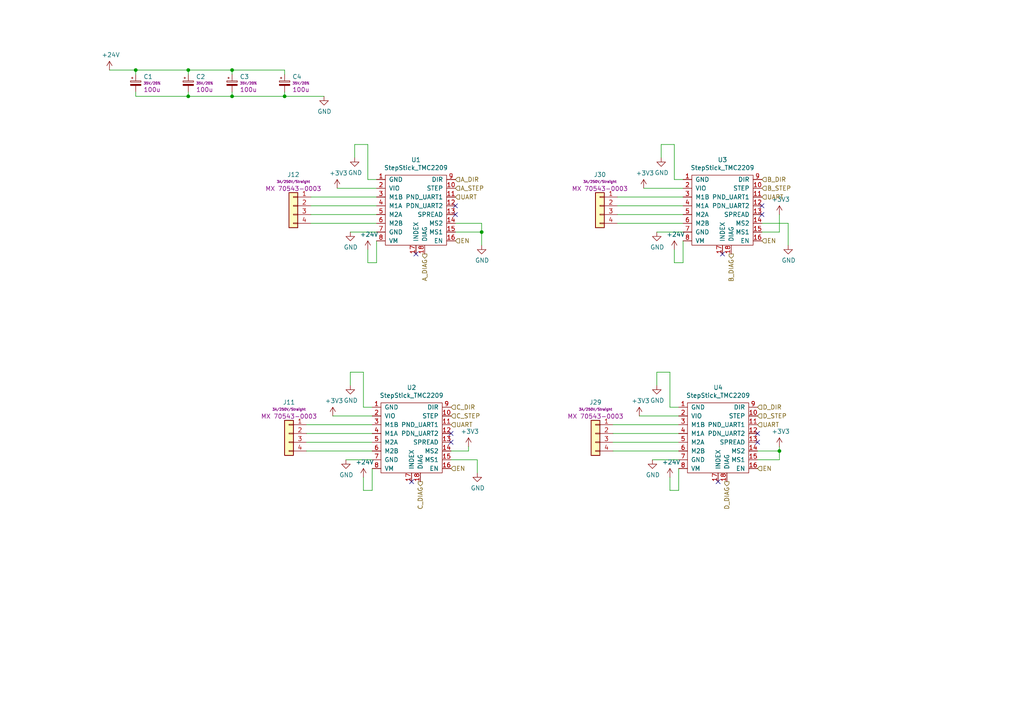
<source format=kicad_sch>
(kicad_sch (version 20211123) (generator eeschema)
  (paper "A4")
  (lib_symbols
    (symbol "Buddy_shield_extractor-rescue:StepStick_TMC2209-dubai_specific_symbols" (pin_names (offset 1.016))
      (property "Reference" "U" (at 0 0 0))
      (property "Value" "StepStick_TMC2209-dubai_specific_symbols" (at 1.27 0 0))
      (symbol "StepStick_TMC2209-dubai_specific_symbols_0_1"
        (rectangle (start -7.62 -2.54) (end 10.16 -22.86))
      )
      (symbol "StepStick_TMC2209-dubai_specific_symbols_1_1"
        (pin input line (at -10.16 -3.81 0) (length 2.54) (name "GND") (number "1"))
        (pin input line (at 12.7 -6.35 180) (length 2.54) (name "STEP") (number "10"))
        (pin input line (at 12.7 -8.89 180) (length 2.54) (name "PND_UART1") (number "11"))
        (pin input line (at 12.7 -11.43 180) (length 2.54) (name "PDN_UART2") (number "12"))
        (pin input line (at 12.7 -13.97 180) (length 2.54) (name "SPREAD") (number "13"))
        (pin input line (at 12.7 -16.51 180) (length 2.54) (name "MS2") (number "14"))
        (pin input line (at 12.7 -19.05 180) (length 2.54) (name "MS1") (number "15"))
        (pin input line (at 12.7 -21.59 180) (length 2.54) (name "EN") (number "16"))
        (pin input line (at 1.27 -25.4 90) (length 2.54) (name "INDEX") (number "17"))
        (pin input line (at 3.81 -25.4 90) (length 2.54) (name "DIAG") (number "18"))
        (pin input line (at -10.16 -6.35 0) (length 2.54) (name "VIO") (number "2"))
        (pin output line (at -10.16 -8.89 0) (length 2.54) (name "M1B") (number "3"))
        (pin output line (at -10.16 -11.43 0) (length 2.54) (name "M1A") (number "4"))
        (pin output line (at -10.16 -13.97 0) (length 2.54) (name "M2A") (number "5"))
        (pin output line (at -10.16 -16.51 0) (length 2.54) (name "M2B") (number "6"))
        (pin input line (at -10.16 -19.05 0) (length 2.54) (name "GND") (number "7"))
        (pin input line (at -10.16 -21.59 0) (length 2.54) (name "VM") (number "8"))
        (pin input line (at 12.7 -3.81 180) (length 2.54) (name "DIR") (number "9"))
      )
    )
    (symbol "power:+24V" (power) (pin_names (offset 0))
      (property "Value" "+24V" (at 0 3.556 0))
      (symbol "+24V_0_1"
        (polyline (pts (xy -0.762 1.27) (xy 0 2.54)))
        (polyline (pts (xy 0 0) (xy 0 2.54)))
        (polyline (pts (xy 0 2.54) (xy 0.762 1.27)))
      )
      (symbol "+24V_1_1"
        (pin power_in line (at 0 0 90) (length 0) hide (name "+24V") (number "1"))
      )
    )
    (symbol "power:+3V3" (power) (pin_names (offset 0))
      (property "Value" "+3V3" (at 0 3.556 0))
      (symbol "+3V3_0_1"
        (polyline (pts (xy -0.762 1.27) (xy 0 2.54)))
        (polyline (pts (xy 0 0) (xy 0 2.54)))
        (polyline (pts (xy 0 2.54) (xy 0.762 1.27)))
      )
      (symbol "+3V3_1_1"
        (pin power_in line (at 0 0 90) (length 0) hide (name "+3V3") (number "1"))
      )
    )
    (symbol "power:GND" (power) (pin_names (offset 0))
      (property "Value" "GND" (at 0 -3.81 0))
      (symbol "GND_0_1"
        (polyline (pts (xy 0 0) (xy 0 -1.27) (xy 1.27 -1.27) (xy 0 -2.54) (xy -1.27 -1.27) (xy 0 -1.27)))
      )
      (symbol "GND_1_1"
        (pin power_in line (at 0 0 270) (length 0) hide (name "GND") (number "1"))
      )
    )
    (symbol "prusa_con:ConnTHT_01x04_70543-0003" (pin_names (offset 1.016) hide)
      (property "Reference" "J" (at 0 9.525 0))
      (property "req" "3A/250V/Straight" (at 0 6.35 0))
      (property "part_value" "MX 70543-0003" (at 0 7.62 0))
      (symbol "ConnTHT_01x04_70543-0003_1_1"
        (rectangle (start -1.27 -3.683) (end 0 -3.937) (stroke (width 0.1524)))
        (rectangle (start -1.27 -1.143) (end 0 -1.397) (stroke (width 0.1524)))
        (rectangle (start -1.27 1.397) (end 0 1.143) (stroke (width 0.1524)))
        (rectangle (start -1.27 3.937) (end 0 3.683) (stroke (width 0.1524)))
        (rectangle (start -1.27 5.08) (end 1.27 -5.08) (stroke (width 0.254)) (fill (type background)))
        (pin passive line (at -5.08 3.81 0) (length 3.81) (name "Pin_1") (number "1"))
        (pin passive line (at -5.08 1.27 0) (length 3.81) (name "Pin_2") (number "2"))
        (pin passive line (at -5.08 -1.27 0) (length 3.81) (name "Pin_3") (number "3"))
        (pin passive line (at -5.08 -3.81 0) (length 3.81) (name "4") (number "4"))
      )
    )
    (symbol "prusa_other:C_100u_35V_20%_6,3x7,7" (pin_numbers hide) (pin_names (offset 0.254) hide)
      (property "Reference" "C" (at 0.635 1.905 0))
      (property "req" "35V/20%" (at 0.635 -1.905 0))
      (property "part_value" "100u" (at 1.905 0 0))
      (property "alt" "UWT1V101MCL1GS" (at 0.635 -3.175 0))
      (symbol "C_100u_35V_20%_6,3x7,7_0_1"
        (rectangle (start -1.524 -0.3048) (end 1.524 -0.6858) (fill (type outline)))
        (rectangle (start -1.524 0.6858) (end 1.524 0.3048))
        (polyline (pts (xy -1.27 1.524) (xy -0.762 1.524)))
        (polyline (pts (xy -1.016 1.27) (xy -1.016 1.778)))
      )
      (symbol "C_100u_35V_20%_6,3x7,7_1_1"
        (pin passive line (at 0 2.54 270) (length 1.8542) (name "~") (number "1"))
        (pin passive line (at 0 -2.54 90) (length 1.8542) (name "~") (number "2"))
      )
    )
  )
  (junction (at 67.31 20.32))
  (junction (at 67.31 27.94))
  (junction (at 54.61 20.32))
  (junction (at 39.37 20.32))
  (junction (at 54.61 27.94))
  (junction (at 226.06 130.81))
  (junction (at 82.55 27.94))
  (junction (at 139.7 67.31))
  (no_connect (at 209.55 73.66))
  (no_connect (at 219.71 128.27))
  (no_connect (at 220.98 62.23))
  (no_connect (at 208.28 139.7))
  (no_connect (at 132.08 59.69))
  (no_connect (at 130.81 125.73))
  (no_connect (at 220.98 59.69))
  (no_connect (at 132.08 62.23))
  (no_connect (at 120.65 73.66))
  (no_connect (at 219.71 125.73))
  (no_connect (at 119.38 139.7))
  (no_connect (at 130.81 128.27))
  (wire (pts (xy 194.31 107.95) (xy 190.5 107.95)))
  (wire (pts (xy 39.37 26.67) (xy 39.37 27.94)))
  (wire (pts (xy 194.31 142.24) (xy 194.31 138.43)))
  (wire (pts (xy 226.06 129.54) (xy 226.06 130.81)))
  (wire (pts (xy 54.61 26.67) (xy 54.61 27.94)))
  (wire (pts (xy 82.55 26.67) (xy 82.55 27.94)))
  (wire (pts (xy 198.12 59.69) (xy 179.07 59.69)))
  (wire (pts (xy 107.95 125.73) (xy 88.9 125.73)))
  (wire (pts (xy 109.22 69.85) (xy 109.22 76.2)))
  (wire (pts (xy 196.85 135.89) (xy 196.85 142.24)))
  (wire (pts (xy 198.12 76.2) (xy 195.58 76.2)))
  (wire (pts (xy 198.12 52.07) (xy 195.58 52.07)))
  (wire (pts (xy 226.06 130.81) (xy 226.06 133.35)))
  (wire (pts (xy 90.17 57.15) (xy 109.22 57.15)))
  (wire (pts (xy 196.85 118.11) (xy 194.31 118.11)))
  (wire (pts (xy 90.17 62.23) (xy 109.22 62.23)))
  (wire (pts (xy 67.31 20.32) (xy 54.61 20.32)))
  (wire (pts (xy 226.06 62.23) (xy 226.06 67.31)))
  (wire (pts (xy 100.33 133.35) (xy 107.95 133.35)))
  (wire (pts (xy 191.77 41.91) (xy 191.77 45.72)))
  (wire (pts (xy 196.85 142.24) (xy 194.31 142.24)))
  (wire (pts (xy 105.41 107.95) (xy 101.6 107.95)))
  (wire (pts (xy 39.37 20.32) (xy 54.61 20.32)))
  (wire (pts (xy 105.41 118.11) (xy 105.41 107.95)))
  (wire (pts (xy 196.85 120.65) (xy 185.42 120.65)))
  (wire (pts (xy 67.31 21.59) (xy 67.31 20.32)))
  (wire (pts (xy 220.98 67.31) (xy 226.06 67.31)))
  (wire (pts (xy 39.37 21.59) (xy 39.37 20.32)))
  (wire (pts (xy 177.8 123.19) (xy 196.85 123.19)))
  (wire (pts (xy 82.55 27.94) (xy 93.98 27.94)))
  (wire (pts (xy 130.81 130.81) (xy 135.89 130.81)))
  (wire (pts (xy 196.85 125.73) (xy 177.8 125.73)))
  (wire (pts (xy 195.58 52.07) (xy 195.58 41.91)))
  (wire (pts (xy 194.31 118.11) (xy 194.31 107.95)))
  (wire (pts (xy 107.95 118.11) (xy 105.41 118.11)))
  (wire (pts (xy 219.71 130.81) (xy 226.06 130.81)))
  (wire (pts (xy 109.22 52.07) (xy 106.68 52.07)))
  (wire (pts (xy 67.31 26.67) (xy 67.31 27.94)))
  (wire (pts (xy 54.61 27.94) (xy 67.31 27.94)))
  (wire (pts (xy 106.68 52.07) (xy 106.68 41.91)))
  (wire (pts (xy 82.55 20.32) (xy 67.31 20.32)))
  (wire (pts (xy 82.55 21.59) (xy 82.55 20.32)))
  (wire (pts (xy 195.58 41.91) (xy 191.77 41.91)))
  (wire (pts (xy 102.87 41.91) (xy 102.87 45.72)))
  (wire (pts (xy 219.71 133.35) (xy 226.06 133.35)))
  (wire (pts (xy 31.75 20.32) (xy 39.37 20.32)))
  (wire (pts (xy 179.07 57.15) (xy 198.12 57.15)))
  (wire (pts (xy 177.8 128.27) (xy 196.85 128.27)))
  (wire (pts (xy 39.37 27.94) (xy 54.61 27.94)))
  (wire (pts (xy 107.95 135.89) (xy 107.95 142.24)))
  (wire (pts (xy 179.07 62.23) (xy 198.12 62.23)))
  (wire (pts (xy 190.5 107.95) (xy 190.5 111.76)))
  (wire (pts (xy 106.68 41.91) (xy 102.87 41.91)))
  (wire (pts (xy 220.98 64.77) (xy 228.6 64.77)))
  (wire (pts (xy 105.41 142.24) (xy 105.41 138.43)))
  (wire (pts (xy 198.12 54.61) (xy 186.69 54.61)))
  (wire (pts (xy 107.95 120.65) (xy 96.52 120.65)))
  (wire (pts (xy 198.12 69.85) (xy 198.12 76.2)))
  (wire (pts (xy 109.22 59.69) (xy 90.17 59.69)))
  (wire (pts (xy 101.6 67.31) (xy 109.22 67.31)))
  (wire (pts (xy 54.61 20.32) (xy 54.61 21.59)))
  (wire (pts (xy 135.89 130.81) (xy 135.89 129.54)))
  (wire (pts (xy 189.23 133.35) (xy 196.85 133.35)))
  (wire (pts (xy 196.85 130.81) (xy 177.8 130.81)))
  (wire (pts (xy 132.08 67.31) (xy 139.7 67.31)))
  (wire (pts (xy 139.7 67.31) (xy 139.7 71.12)))
  (wire (pts (xy 101.6 107.95) (xy 101.6 111.76)))
  (wire (pts (xy 198.12 64.77) (xy 179.07 64.77)))
  (wire (pts (xy 109.22 64.77) (xy 90.17 64.77)))
  (wire (pts (xy 107.95 130.81) (xy 88.9 130.81)))
  (wire (pts (xy 109.22 76.2) (xy 106.68 76.2)))
  (wire (pts (xy 107.95 142.24) (xy 105.41 142.24)))
  (wire (pts (xy 228.6 64.77) (xy 228.6 71.12)))
  (wire (pts (xy 88.9 123.19) (xy 107.95 123.19)))
  (wire (pts (xy 106.68 76.2) (xy 106.68 72.39)))
  (wire (pts (xy 190.5 67.31) (xy 198.12 67.31)))
  (wire (pts (xy 109.22 54.61) (xy 97.79 54.61)))
  (wire (pts (xy 138.43 133.35) (xy 138.43 137.16)))
  (wire (pts (xy 130.81 133.35) (xy 138.43 133.35)))
  (wire (pts (xy 88.9 128.27) (xy 107.95 128.27)))
  (wire (pts (xy 195.58 76.2) (xy 195.58 72.39)))
  (wire (pts (xy 139.7 64.77) (xy 139.7 67.31)))
  (wire (pts (xy 132.08 64.77) (xy 139.7 64.77)))
  (wire (pts (xy 67.31 27.94) (xy 82.55 27.94)))
  (hierarchical_label "C_DIAG" (shape output) (at 121.92 139.7 270))
  (hierarchical_label "EN" (shape input) (at 219.71 135.89 0))
  (hierarchical_label "A_STEP" (shape input) (at 132.08 54.61 0))
  (hierarchical_label "D_DIAG" (shape output) (at 210.82 139.7 270))
  (hierarchical_label "B_DIR" (shape input) (at 220.98 52.07 0))
  (hierarchical_label "D_STEP" (shape input) (at 219.71 120.65 0))
  (hierarchical_label "EN" (shape input) (at 130.81 135.89 0))
  (hierarchical_label "B_STEP" (shape input) (at 220.98 54.61 0))
  (hierarchical_label "C_DIR" (shape input) (at 130.81 118.11 0))
  (hierarchical_label "UART" (shape input) (at 130.81 123.19 0))
  (hierarchical_label "B_DIAG" (shape output) (at 212.09 73.66 270))
  (hierarchical_label "A_DIR" (shape input) (at 132.08 52.07 0))
  (hierarchical_label "A_DIAG" (shape output) (at 123.19 73.66 270))
  (hierarchical_label "EN" (shape input) (at 220.98 69.85 0))
  (hierarchical_label "C_STEP" (shape input) (at 130.81 120.65 0))
  (hierarchical_label "UART" (shape input) (at 220.98 57.15 0))
  (hierarchical_label "D_DIR" (shape input) (at 219.71 118.11 0))
  (hierarchical_label "UART" (shape input) (at 132.08 57.15 0))
  (hierarchical_label "EN" (shape input) (at 132.08 69.85 0))
  (hierarchical_label "UART" (shape input) (at 219.71 123.19 0))
  (symbol (lib_id "Buddy_shield_extractor-rescue:StepStick_TMC2209-dubai_specific_symbols") (at 119.38 48.26 0) (unit 1)
    (property "Reference" "U1" (at 120.65 46.355 0))
    (property "Value" "StepStick_TMC2209" (at 120.65 48.6664 0))
    (property "Footprint" "harvester:StepStick_TMC2209" (effects hide))
    (property "Datasheet" "https://cz.mouser.com/ProductDetail/Trinamic/TMC2209-SilentStepStick?qs=TiOZkKH1s2Q9Tw4q3k2mDw%3D%3D" (effects hide))
  )
  (symbol (lib_id "power:GND") (at 139.7 71.12 0) (unit 1)
    (property "Reference" "#PWR046" (effects hide))
    (property "Value" "GND" (at 139.827 75.5142 0))
  )
  (symbol (lib_id "power:GND") (at 101.6 111.76 0) (unit 1)
    (property "Reference" "#PWR041" (effects hide))
    (property "Value" "GND" (at 101.727 116.1542 0))
  )
  (symbol (lib_id "power:+3V3") (at 96.52 120.65 0) (unit 1)
    (property "Reference" "#PWR037" (effects hide))
    (property "Value" "+3V3" (at 96.901 116.2558 0))
  )
  (symbol (lib_id "power:GND") (at 100.33 133.35 0) (unit 1)
    (property "Reference" "#PWR040" (effects hide))
    (property "Value" "GND" (at 100.457 137.7442 0))
  )
  (symbol (lib_id "power:+24V") (at 105.41 138.43 0) (unit 1)
    (property "Reference" "#PWR043" (effects hide))
    (property "Value" "+24V" (at 105.791 134.0358 0))
  )
  (symbol (lib_id "Buddy_shield_extractor-rescue:StepStick_TMC2209-dubai_specific_symbols") (at 118.11 114.3 0) (unit 1)
    (property "Reference" "U2" (at 119.38 112.395 0))
    (property "Value" "StepStick_TMC2209" (at 119.38 114.7064 0))
    (property "Footprint" "harvester:StepStick_TMC2209" (effects hide))
    (property "Datasheet" "https://cz.mouser.com/ProductDetail/Trinamic/TMC2209-SilentStepStick?qs=TiOZkKH1s2Q9Tw4q3k2mDw%3D%3D" (effects hide))
  )
  (symbol (lib_id "power:GND") (at 138.43 137.16 0) (unit 1)
    (property "Reference" "#PWR047" (effects hide))
    (property "Value" "GND" (at 138.557 141.5542 0))
  )
  (symbol (lib_id "prusa_other:C_100u_35V_20%_6,3x7,7") (at 39.37 24.13 0) (unit 1)
    (property "Reference" "C1" (at 41.6052 22.2504 0) (effects (justify left)))
    (property "Value" "C_100u_35V_20%_6,3x7,7" (effects hide))
    (property "Footprint" "prusa_other:c_elec_6.3x7.7" (effects hide))
    (property "Datasheet" "https://www.digikey.cz/product-detail/cs/united-chemi-con/EMVA350ADA101MF80G/565-2119-2-ND/756766" (effects hide))
    (property "req" "35V/20%" (at 41.6052 24.13 0) (effects (font (size 0.7112 0.7112)) (justify left)))
    (property "part_value" "100u" (at 41.6052 26.0096 0) (effects (justify left)))
    (property "ID" "6060" (effects hide))
  )
  (symbol (lib_id "prusa_other:C_100u_35V_20%_6,3x7,7") (at 54.61 24.13 0) (unit 1)
    (property "Reference" "C2" (at 56.8452 22.2504 0) (effects (justify left)))
    (property "Value" "C_100u_35V_20%_6,3x7,7" (effects hide))
    (property "Footprint" "prusa_other:c_elec_6.3x7.7" (effects hide))
    (property "Datasheet" "https://www.digikey.cz/product-detail/cs/united-chemi-con/EMVA350ADA101MF80G/565-2119-2-ND/756766" (effects hide))
    (property "req" "35V/20%" (at 56.8452 24.13 0) (effects (font (size 0.7112 0.7112)) (justify left)))
    (property "part_value" "100u" (at 56.8452 26.0096 0) (effects (justify left)))
    (property "ID" "6060" (effects hide))
  )
  (symbol (lib_id "power:GND") (at 93.98 27.94 0) (unit 1)
    (property "Reference" "#PWR044" (effects hide))
    (property "Value" "GND" (at 94.107 32.3342 0))
  )
  (symbol (lib_id "power:+24V") (at 31.75 20.32 0) (unit 1)
    (property "Reference" "#PWR035" (effects hide))
    (property "Value" "+24V" (at 32.131 15.9258 0))
  )
  (symbol (lib_id "power:+3V3") (at 135.89 129.54 0) (unit 1)
    (property "Reference" "#PWR045" (effects hide))
    (property "Value" "+3V3" (at 136.271 125.1458 0))
  )
  (symbol (lib_id "power:GND") (at 102.87 45.72 0) (unit 1)
    (property "Reference" "#PWR039" (effects hide))
    (property "Value" "GND" (at 102.997 50.1142 0))
  )
  (symbol (lib_id "power:+3V3") (at 97.79 54.61 0) (unit 1)
    (property "Reference" "#PWR036" (effects hide))
    (property "Value" "+3V3" (at 98.171 50.2158 0))
  )
  (symbol (lib_id "power:GND") (at 101.6 67.31 0) (unit 1)
    (property "Reference" "#PWR038" (effects hide))
    (property "Value" "GND" (at 101.727 71.7042 0))
  )
  (symbol (lib_id "power:+24V") (at 106.68 72.39 0) (unit 1)
    (property "Reference" "#PWR042" (effects hide))
    (property "Value" "+24V" (at 107.061 67.9958 0))
  )
  (symbol (lib_id "prusa_con:ConnTHT_01x04_70543-0003") (at 85.09 60.96 0) (mirror y) (unit 1)
    (property "Reference" "J12" (at 85.09 50.6478 0))
    (property "Value" "ConnTHT_01x04_70543-0003" (effects hide))
    (property "Footprint" "prusa_con:MX-70543-0003" (effects hide))
    (property "Datasheet" "https://cz.mouser.com/ProductDetail/Molex/70543-0003?qs=%2Fha2pyFaduhkrELsSyc%252bzEvQtAM%2F8u3WZn5u47QKSoI%3D" (effects hide))
    (property "req" "3A/250V/Straight" (at 85.09 52.6825 0) (effects (font (size 0.7112 0.7112))))
    (property "part_value" "MX 70543-0003" (at 85.09 54.7171 0))
    (property "ID" "5487" (effects hide))
  )
  (symbol (lib_id "power:GND") (at 190.5 67.31 0) (unit 1)
    (property "Reference" "#PWR05" (effects hide))
    (property "Value" "GND" (at 190.627 71.7042 0))
  )
  (symbol (lib_id "prusa_other:C_100u_35V_20%_6,3x7,7") (at 67.31 24.13 0) (unit 1)
    (property "Reference" "C3" (at 69.5452 22.2504 0) (effects (justify left)))
    (property "Value" "C_100u_35V_20%_6,3x7,7" (effects hide))
    (property "Footprint" "prusa_other:c_elec_6.3x7.7" (effects hide))
    (property "Datasheet" "https://www.digikey.cz/product-detail/cs/united-chemi-con/EMVA350ADA101MF80G/565-2119-2-ND/756766" (effects hide))
    (property "req" "35V/20%" (at 69.5452 24.13 0) (effects (font (size 0.7112 0.7112)) (justify left)))
    (property "part_value" "100u" (at 69.5452 26.0096 0) (effects (justify left)))
    (property "ID" "6060" (effects hide))
  )
  (symbol (lib_id "prusa_other:C_100u_35V_20%_6,3x7,7") (at 82.55 24.13 0) (unit 1)
    (property "Reference" "C4" (at 84.7852 22.2504 0) (effects (justify left)))
    (property "Value" "C_100u_35V_20%_6,3x7,7" (effects hide))
    (property "Footprint" "prusa_other:c_elec_6.3x7.7" (effects hide))
    (property "Datasheet" "https://www.digikey.cz/product-detail/cs/united-chemi-con/EMVA350ADA101MF80G/565-2119-2-ND/756766" (effects hide))
    (property "req" "35V/20%" (at 84.7852 24.13 0) (effects (font (size 0.7112 0.7112)) (justify left)))
    (property "part_value" "100u" (at 84.7852 26.0096 0) (effects (justify left)))
    (property "ID" "6060" (effects hide))
  )
  (symbol (lib_id "power:+3V3") (at 226.06 129.54 0) (unit 1)
    (property "Reference" "#PWR014" (effects hide))
    (property "Value" "+3V3" (at 226.441 125.1458 0))
  )
  (symbol (lib_id "Buddy_shield_extractor-rescue:StepStick_TMC2209-dubai_specific_symbols") (at 207.01 114.3 0) (unit 1)
    (property "Reference" "U4" (at 208.28 112.395 0))
    (property "Value" "StepStick_TMC2209" (at 208.28 114.7064 0))
    (property "Footprint" "harvester:StepStick_TMC2209" (effects hide))
    (property "Datasheet" "https://cz.mouser.com/ProductDetail/Trinamic/TMC2209-SilentStepStick?qs=TiOZkKH1s2Q9Tw4q3k2mDw%3D%3D" (effects hide))
  )
  (symbol (lib_id "power:GND") (at 190.5 111.76 0) (unit 1)
    (property "Reference" "#PWR011" (effects hide))
    (property "Value" "GND" (at 190.627 116.1542 0))
  )
  (symbol (lib_id "power:GND") (at 189.23 133.35 0) (unit 1)
    (property "Reference" "#PWR010" (effects hide))
    (property "Value" "GND" (at 189.357 137.7442 0))
  )
  (symbol (lib_id "power:GND") (at 191.77 45.72 0) (unit 1)
    (property "Reference" "#PWR09" (effects hide))
    (property "Value" "GND" (at 191.897 50.1142 0))
  )
  (symbol (lib_id "power:+3V3") (at 186.69 54.61 0) (unit 1)
    (property "Reference" "#PWR03" (effects hide))
    (property "Value" "+3V3" (at 187.071 50.2158 0))
  )
  (symbol (lib_id "power:+3V3") (at 185.42 120.65 0) (unit 1)
    (property "Reference" "#PWR04" (effects hide))
    (property "Value" "+3V3" (at 185.801 116.2558 0))
  )
  (symbol (lib_id "prusa_con:ConnTHT_01x04_70543-0003") (at 173.99 60.96 0) (mirror y) (unit 1)
    (property "Reference" "J30" (at 173.99 50.6478 0))
    (property "Value" "ConnTHT_01x04_70543-0003" (effects hide))
    (property "Footprint" "prusa_con:MX-70543-0003" (effects hide))
    (property "Datasheet" "https://cz.mouser.com/ProductDetail/Molex/70543-0003?qs=%2Fha2pyFaduhkrELsSyc%252bzEvQtAM%2F8u3WZn5u47QKSoI%3D" (effects hide))
    (property "req" "3A/250V/Straight" (at 173.99 52.6825 0) (effects (font (size 0.7112 0.7112))))
    (property "part_value" "MX 70543-0003" (at 173.99 54.7171 0))
    (property "ID" "5487" (effects hide))
  )
  (symbol (lib_id "Buddy_shield_extractor-rescue:StepStick_TMC2209-dubai_specific_symbols") (at 208.28 48.26 0) (unit 1)
    (property "Reference" "U3" (at 209.55 46.355 0))
    (property "Value" "StepStick_TMC2209" (at 209.55 48.6664 0))
    (property "Footprint" "harvester:StepStick_TMC2209" (effects hide))
    (property "Datasheet" "https://cz.mouser.com/ProductDetail/Trinamic/TMC2209-SilentStepStick?qs=TiOZkKH1s2Q9Tw4q3k2mDw%3D%3D" (effects hide))
  )
  (symbol (lib_id "power:+24V") (at 194.31 138.43 0) (unit 1)
    (property "Reference" "#PWR013" (effects hide))
    (property "Value" "+24V" (at 194.691 134.0358 0))
  )
  (symbol (lib_id "power:+24V") (at 195.58 72.39 0) (unit 1)
    (property "Reference" "#PWR012" (effects hide))
    (property "Value" "+24V" (at 195.961 67.9958 0))
  )
  (symbol (lib_id "prusa_con:ConnTHT_01x04_70543-0003") (at 172.72 127 0) (mirror y) (unit 1)
    (property "Reference" "J29" (at 172.72 116.6878 0))
    (property "Value" "ConnTHT_01x04_70543-0003" (effects hide))
    (property "Footprint" "prusa_con:MX-70543-0003" (effects hide))
    (property "Datasheet" "https://cz.mouser.com/ProductDetail/Molex/70543-0003?qs=%2Fha2pyFaduhkrELsSyc%252bzEvQtAM%2F8u3WZn5u47QKSoI%3D" (effects hide))
    (property "req" "3A/250V/Straight" (at 172.72 118.7225 0) (effects (font (size 0.7112 0.7112))))
    (property "part_value" "MX 70543-0003" (at 172.72 120.7571 0))
    (property "ID" "5487" (effects hide))
  )
  (symbol (lib_id "power:+3V3") (at 226.06 62.23 0) (unit 1)
    (property "Reference" "#PWR?" (effects hide))
    (property "Value" "+3V3" (at 226.441 57.8358 0))
  )
  (symbol (lib_id "prusa_con:ConnTHT_01x04_70543-0003") (at 83.82 127 0) (mirror y) (unit 1)
    (property "Reference" "J11" (at 83.82 116.6878 0))
    (property "Value" "ConnTHT_01x04_70543-0003" (effects hide))
    (property "Footprint" "prusa_con:MX-70543-0003" (effects hide))
    (property "Datasheet" "https://cz.mouser.com/ProductDetail/Molex/70543-0003?qs=%2Fha2pyFaduhkrELsSyc%252bzEvQtAM%2F8u3WZn5u47QKSoI%3D" (effects hide))
    (property "req" "3A/250V/Straight" (at 83.82 118.7225 0) (effects (font (size 0.7112 0.7112))))
    (property "part_value" "MX 70543-0003" (at 83.82 120.7571 0))
    (property "ID" "5487" (effects hide))
  )
  (symbol (lib_id "power:GND") (at 228.6 71.12 0) (unit 1)
    (property "Reference" "#PWR015" (effects hide))
    (property "Value" "GND" (at 228.727 75.5142 0))
  )
)
</source>
